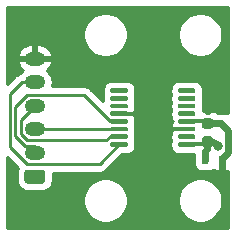
<source format=gbr>
%TF.GenerationSoftware,KiCad,Pcbnew,(5.1.9)-1*%
%TF.CreationDate,2021-10-16T13:59:42-06:00*%
%TF.ProjectId,ABSIS_Hall_Sensor,41425349-535f-4486-916c-6c5f53656e73,rev?*%
%TF.SameCoordinates,Original*%
%TF.FileFunction,Copper,L1,Top*%
%TF.FilePolarity,Positive*%
%FSLAX46Y46*%
G04 Gerber Fmt 4.6, Leading zero omitted, Abs format (unit mm)*
G04 Created by KiCad (PCBNEW (5.1.9)-1) date 2021-10-16 13:59:42*
%MOMM*%
%LPD*%
G01*
G04 APERTURE LIST*
%TA.AperFunction,ComponentPad*%
%ADD10O,1.750000X1.200000*%
%TD*%
%TA.AperFunction,SMDPad,CuDef*%
%ADD11R,0.600000X0.700000*%
%TD*%
%TA.AperFunction,ViaPad*%
%ADD12C,0.800000*%
%TD*%
%TA.AperFunction,Conductor*%
%ADD13C,0.609600*%
%TD*%
%TA.AperFunction,Conductor*%
%ADD14C,0.304800*%
%TD*%
%TA.AperFunction,Conductor*%
%ADD15C,0.250000*%
%TD*%
%TA.AperFunction,Conductor*%
%ADD16C,0.254000*%
%TD*%
%TA.AperFunction,Conductor*%
%ADD17C,0.100000*%
%TD*%
G04 APERTURE END LIST*
D10*
%TO.P,J1,6*%
%TO.N,GND*%
X165847000Y-93298000D03*
%TO.P,J1,5*%
%TO.N,/CSN*%
X165847000Y-95298000D03*
%TO.P,J1,4*%
%TO.N,/SCK*%
X165847000Y-97298000D03*
%TO.P,J1,3*%
%TO.N,/MOSI*%
X165847000Y-99298000D03*
%TO.P,J1,2*%
%TO.N,/MISO*%
X165847000Y-101298000D03*
%TO.P,J1,1*%
%TO.N,+5V*%
%TA.AperFunction,ComponentPad*%
G36*
G01*
X166472001Y-103898000D02*
X165221999Y-103898000D01*
G75*
G02*
X164972000Y-103648001I0J249999D01*
G01*
X164972000Y-102947999D01*
G75*
G02*
X165221999Y-102698000I249999J0D01*
G01*
X166472001Y-102698000D01*
G75*
G02*
X166722000Y-102947999I0J-249999D01*
G01*
X166722000Y-103648001D01*
G75*
G02*
X166472001Y-103898000I-249999J0D01*
G01*
G37*
%TD.AperFunction*%
%TD*%
%TO.P,U1,16*%
%TO.N,Net-(U1-Pad16)*%
%TA.AperFunction,SMDPad,CuDef*%
G36*
G01*
X177972000Y-96123000D02*
X177972000Y-95923000D01*
G75*
G02*
X178072000Y-95823000I100000J0D01*
G01*
X179347000Y-95823000D01*
G75*
G02*
X179447000Y-95923000I0J-100000D01*
G01*
X179447000Y-96123000D01*
G75*
G02*
X179347000Y-96223000I-100000J0D01*
G01*
X178072000Y-96223000D01*
G75*
G02*
X177972000Y-96123000I0J100000D01*
G01*
G37*
%TD.AperFunction*%
%TO.P,U1,15*%
%TO.N,Net-(U1-Pad15)*%
%TA.AperFunction,SMDPad,CuDef*%
G36*
G01*
X177972000Y-96773000D02*
X177972000Y-96573000D01*
G75*
G02*
X178072000Y-96473000I100000J0D01*
G01*
X179347000Y-96473000D01*
G75*
G02*
X179447000Y-96573000I0J-100000D01*
G01*
X179447000Y-96773000D01*
G75*
G02*
X179347000Y-96873000I-100000J0D01*
G01*
X178072000Y-96873000D01*
G75*
G02*
X177972000Y-96773000I0J100000D01*
G01*
G37*
%TD.AperFunction*%
%TO.P,U1,14*%
%TO.N,Net-(U1-Pad14)*%
%TA.AperFunction,SMDPad,CuDef*%
G36*
G01*
X177972000Y-97423000D02*
X177972000Y-97223000D01*
G75*
G02*
X178072000Y-97123000I100000J0D01*
G01*
X179347000Y-97123000D01*
G75*
G02*
X179447000Y-97223000I0J-100000D01*
G01*
X179447000Y-97423000D01*
G75*
G02*
X179347000Y-97523000I-100000J0D01*
G01*
X178072000Y-97523000D01*
G75*
G02*
X177972000Y-97423000I0J100000D01*
G01*
G37*
%TD.AperFunction*%
%TO.P,U1,13*%
%TO.N,Net-(U1-Pad13)*%
%TA.AperFunction,SMDPad,CuDef*%
G36*
G01*
X177972000Y-98073000D02*
X177972000Y-97873000D01*
G75*
G02*
X178072000Y-97773000I100000J0D01*
G01*
X179347000Y-97773000D01*
G75*
G02*
X179447000Y-97873000I0J-100000D01*
G01*
X179447000Y-98073000D01*
G75*
G02*
X179347000Y-98173000I-100000J0D01*
G01*
X178072000Y-98173000D01*
G75*
G02*
X177972000Y-98073000I0J100000D01*
G01*
G37*
%TD.AperFunction*%
%TO.P,U1,12*%
%TO.N,GND*%
%TA.AperFunction,SMDPad,CuDef*%
G36*
G01*
X177972000Y-98723000D02*
X177972000Y-98523000D01*
G75*
G02*
X178072000Y-98423000I100000J0D01*
G01*
X179347000Y-98423000D01*
G75*
G02*
X179447000Y-98523000I0J-100000D01*
G01*
X179447000Y-98723000D01*
G75*
G02*
X179347000Y-98823000I-100000J0D01*
G01*
X178072000Y-98823000D01*
G75*
G02*
X177972000Y-98723000I0J100000D01*
G01*
G37*
%TD.AperFunction*%
%TO.P,U1,11*%
%TA.AperFunction,SMDPad,CuDef*%
G36*
G01*
X177972000Y-99373000D02*
X177972000Y-99173000D01*
G75*
G02*
X178072000Y-99073000I100000J0D01*
G01*
X179347000Y-99073000D01*
G75*
G02*
X179447000Y-99173000I0J-100000D01*
G01*
X179447000Y-99373000D01*
G75*
G02*
X179347000Y-99473000I-100000J0D01*
G01*
X178072000Y-99473000D01*
G75*
G02*
X177972000Y-99373000I0J100000D01*
G01*
G37*
%TD.AperFunction*%
%TO.P,U1,10*%
%TO.N,Net-(U1-Pad10)*%
%TA.AperFunction,SMDPad,CuDef*%
G36*
G01*
X177972000Y-100023000D02*
X177972000Y-99823000D01*
G75*
G02*
X178072000Y-99723000I100000J0D01*
G01*
X179347000Y-99723000D01*
G75*
G02*
X179447000Y-99823000I0J-100000D01*
G01*
X179447000Y-100023000D01*
G75*
G02*
X179347000Y-100123000I-100000J0D01*
G01*
X178072000Y-100123000D01*
G75*
G02*
X177972000Y-100023000I0J100000D01*
G01*
G37*
%TD.AperFunction*%
%TO.P,U1,9*%
%TO.N,+5V*%
%TA.AperFunction,SMDPad,CuDef*%
G36*
G01*
X177972000Y-100673000D02*
X177972000Y-100473000D01*
G75*
G02*
X178072000Y-100373000I100000J0D01*
G01*
X179347000Y-100373000D01*
G75*
G02*
X179447000Y-100473000I0J-100000D01*
G01*
X179447000Y-100673000D01*
G75*
G02*
X179347000Y-100773000I-100000J0D01*
G01*
X178072000Y-100773000D01*
G75*
G02*
X177972000Y-100673000I0J100000D01*
G01*
G37*
%TD.AperFunction*%
%TO.P,U1,8*%
%TO.N,/CSN*%
%TA.AperFunction,SMDPad,CuDef*%
G36*
G01*
X172247000Y-100673000D02*
X172247000Y-100473000D01*
G75*
G02*
X172347000Y-100373000I100000J0D01*
G01*
X173622000Y-100373000D01*
G75*
G02*
X173722000Y-100473000I0J-100000D01*
G01*
X173722000Y-100673000D01*
G75*
G02*
X173622000Y-100773000I-100000J0D01*
G01*
X172347000Y-100773000D01*
G75*
G02*
X172247000Y-100673000I0J100000D01*
G01*
G37*
%TD.AperFunction*%
%TO.P,U1,7*%
%TO.N,/SCK*%
%TA.AperFunction,SMDPad,CuDef*%
G36*
G01*
X172247000Y-100023000D02*
X172247000Y-99823000D01*
G75*
G02*
X172347000Y-99723000I100000J0D01*
G01*
X173622000Y-99723000D01*
G75*
G02*
X173722000Y-99823000I0J-100000D01*
G01*
X173722000Y-100023000D01*
G75*
G02*
X173622000Y-100123000I-100000J0D01*
G01*
X172347000Y-100123000D01*
G75*
G02*
X172247000Y-100023000I0J100000D01*
G01*
G37*
%TD.AperFunction*%
%TO.P,U1,6*%
%TO.N,/MOSI*%
%TA.AperFunction,SMDPad,CuDef*%
G36*
G01*
X172247000Y-99373000D02*
X172247000Y-99173000D01*
G75*
G02*
X172347000Y-99073000I100000J0D01*
G01*
X173622000Y-99073000D01*
G75*
G02*
X173722000Y-99173000I0J-100000D01*
G01*
X173722000Y-99373000D01*
G75*
G02*
X173622000Y-99473000I-100000J0D01*
G01*
X172347000Y-99473000D01*
G75*
G02*
X172247000Y-99373000I0J100000D01*
G01*
G37*
%TD.AperFunction*%
%TO.P,U1,5*%
%TO.N,/MISO*%
%TA.AperFunction,SMDPad,CuDef*%
G36*
G01*
X172247000Y-98723000D02*
X172247000Y-98523000D01*
G75*
G02*
X172347000Y-98423000I100000J0D01*
G01*
X173622000Y-98423000D01*
G75*
G02*
X173722000Y-98523000I0J-100000D01*
G01*
X173722000Y-98723000D01*
G75*
G02*
X173622000Y-98823000I-100000J0D01*
G01*
X172347000Y-98823000D01*
G75*
G02*
X172247000Y-98723000I0J100000D01*
G01*
G37*
%TD.AperFunction*%
%TO.P,U1,4*%
%TO.N,GND*%
%TA.AperFunction,SMDPad,CuDef*%
G36*
G01*
X172247000Y-98073000D02*
X172247000Y-97873000D01*
G75*
G02*
X172347000Y-97773000I100000J0D01*
G01*
X173622000Y-97773000D01*
G75*
G02*
X173722000Y-97873000I0J-100000D01*
G01*
X173722000Y-98073000D01*
G75*
G02*
X173622000Y-98173000I-100000J0D01*
G01*
X172347000Y-98173000D01*
G75*
G02*
X172247000Y-98073000I0J100000D01*
G01*
G37*
%TD.AperFunction*%
%TO.P,U1,3*%
%TO.N,Net-(U1-Pad3)*%
%TA.AperFunction,SMDPad,CuDef*%
G36*
G01*
X172247000Y-97423000D02*
X172247000Y-97223000D01*
G75*
G02*
X172347000Y-97123000I100000J0D01*
G01*
X173622000Y-97123000D01*
G75*
G02*
X173722000Y-97223000I0J-100000D01*
G01*
X173722000Y-97423000D01*
G75*
G02*
X173622000Y-97523000I-100000J0D01*
G01*
X172347000Y-97523000D01*
G75*
G02*
X172247000Y-97423000I0J100000D01*
G01*
G37*
%TD.AperFunction*%
%TO.P,U1,2*%
%TO.N,Net-(U1-Pad2)*%
%TA.AperFunction,SMDPad,CuDef*%
G36*
G01*
X172247000Y-96773000D02*
X172247000Y-96573000D01*
G75*
G02*
X172347000Y-96473000I100000J0D01*
G01*
X173622000Y-96473000D01*
G75*
G02*
X173722000Y-96573000I0J-100000D01*
G01*
X173722000Y-96773000D01*
G75*
G02*
X173622000Y-96873000I-100000J0D01*
G01*
X172347000Y-96873000D01*
G75*
G02*
X172247000Y-96773000I0J100000D01*
G01*
G37*
%TD.AperFunction*%
%TO.P,U1,1*%
%TO.N,Net-(U1-Pad1)*%
%TA.AperFunction,SMDPad,CuDef*%
G36*
G01*
X172247000Y-96123000D02*
X172247000Y-95923000D01*
G75*
G02*
X172347000Y-95823000I100000J0D01*
G01*
X173622000Y-95823000D01*
G75*
G02*
X173722000Y-95923000I0J-100000D01*
G01*
X173722000Y-96123000D01*
G75*
G02*
X173622000Y-96223000I-100000J0D01*
G01*
X172347000Y-96223000D01*
G75*
G02*
X172247000Y-96123000I0J100000D01*
G01*
G37*
%TD.AperFunction*%
%TD*%
D11*
%TO.P,D1,1*%
%TO.N,+5V*%
X180275000Y-101854000D03*
%TO.P,D1,2*%
%TO.N,GND*%
X181675000Y-101854000D03*
%TD*%
%TO.P,C1,2*%
%TO.N,GND*%
%TA.AperFunction,SMDPad,CuDef*%
G36*
G01*
X180717000Y-99243000D02*
X180217000Y-99243000D01*
G75*
G02*
X179992000Y-99018000I0J225000D01*
G01*
X179992000Y-98568000D01*
G75*
G02*
X180217000Y-98343000I225000J0D01*
G01*
X180717000Y-98343000D01*
G75*
G02*
X180942000Y-98568000I0J-225000D01*
G01*
X180942000Y-99018000D01*
G75*
G02*
X180717000Y-99243000I-225000J0D01*
G01*
G37*
%TD.AperFunction*%
%TO.P,C1,1*%
%TO.N,+5V*%
%TA.AperFunction,SMDPad,CuDef*%
G36*
G01*
X180717000Y-100793000D02*
X180217000Y-100793000D01*
G75*
G02*
X179992000Y-100568000I0J225000D01*
G01*
X179992000Y-100118000D01*
G75*
G02*
X180217000Y-99893000I225000J0D01*
G01*
X180717000Y-99893000D01*
G75*
G02*
X180942000Y-100118000I0J-225000D01*
G01*
X180942000Y-100568000D01*
G75*
G02*
X180717000Y-100793000I-225000J0D01*
G01*
G37*
%TD.AperFunction*%
%TD*%
D12*
%TO.N,+5V*%
X181340190Y-100711000D03*
%TD*%
D13*
%TO.N,GND*%
X181675000Y-101854000D02*
X181675000Y-101789000D01*
X181675000Y-101789000D02*
X182245000Y-101219000D01*
X182245000Y-101219000D02*
X182245000Y-99441000D01*
X181597000Y-98793000D02*
X180467000Y-98793000D01*
X182245000Y-99441000D02*
X181597000Y-98793000D01*
D14*
X180297000Y-98623000D02*
X180467000Y-98793000D01*
X178709500Y-98623000D02*
X180297000Y-98623000D01*
X178709500Y-99273000D02*
X177206000Y-99273000D01*
X172984500Y-97973000D02*
X174569000Y-97973000D01*
D13*
X181675000Y-101854000D02*
X181675000Y-103059000D01*
%TO.N,+5V*%
X180275000Y-101854000D02*
X180275000Y-101157000D01*
X180467000Y-100965000D02*
X180467000Y-100343000D01*
X180275000Y-101157000D02*
X180467000Y-100965000D01*
X180467000Y-100343000D02*
X180972190Y-100343000D01*
X180972190Y-100343000D02*
X181340190Y-100711000D01*
D14*
X180237000Y-100573000D02*
X178709500Y-100573000D01*
X180467000Y-100343000D02*
X180237000Y-100573000D01*
D15*
%TO.N,/CSN*%
X171334490Y-102223010D02*
X172984500Y-100573000D01*
X163746968Y-100781129D02*
X165188849Y-102223010D01*
X165188849Y-102223010D02*
X171334490Y-102223010D01*
X163746968Y-96273032D02*
X163746968Y-100781129D01*
X164722000Y-95298000D02*
X163746968Y-96273032D01*
X165847000Y-95298000D02*
X164722000Y-95298000D01*
%TO.N,/SCK*%
X171875579Y-100223010D02*
X172175589Y-99923000D01*
X165847000Y-97298000D02*
X164646990Y-98498010D01*
X164646990Y-98498010D02*
X164646990Y-99681151D01*
X164646990Y-99681151D02*
X165188849Y-100223010D01*
X165188849Y-100223010D02*
X171875579Y-100223010D01*
X172175589Y-99923000D02*
X172984500Y-99923000D01*
%TO.N,/MOSI*%
X172959500Y-99298000D02*
X172984500Y-99273000D01*
X165847000Y-99298000D02*
X172959500Y-99298000D01*
%TO.N,/MISO*%
X169996990Y-96372990D02*
X172247000Y-98623000D01*
X165188849Y-96372990D02*
X169996990Y-96372990D01*
X172247000Y-98623000D02*
X172984500Y-98623000D01*
X164196979Y-97364860D02*
X165188849Y-96372990D01*
X164196979Y-99867551D02*
X164196979Y-97364860D01*
X165002449Y-100673021D02*
X164196979Y-99867551D01*
X165847000Y-100673021D02*
X165002449Y-100673021D01*
X165847000Y-101298000D02*
X165847000Y-100673021D01*
%TD*%
D16*
%TO.N,GND*%
X182187000Y-97917000D02*
X181413854Y-97917000D01*
X181393185Y-97891815D01*
X181296494Y-97812463D01*
X181186180Y-97753498D01*
X181066482Y-97717188D01*
X180942000Y-97704928D01*
X180752750Y-97708000D01*
X180594000Y-97866750D01*
X180594000Y-97917000D01*
X180340000Y-97917000D01*
X180340000Y-97866750D01*
X180181250Y-97708000D01*
X180063939Y-97706096D01*
X180046316Y-97648000D01*
X180070890Y-97566991D01*
X180085072Y-97423000D01*
X180085072Y-97223000D01*
X180070890Y-97079009D01*
X180046316Y-96998000D01*
X180070890Y-96916991D01*
X180085072Y-96773000D01*
X180085072Y-96573000D01*
X180070890Y-96429009D01*
X180046316Y-96348000D01*
X180070890Y-96266991D01*
X180085072Y-96123000D01*
X180085072Y-95923000D01*
X180070890Y-95779009D01*
X180028890Y-95640552D01*
X179960684Y-95512949D01*
X179868896Y-95401104D01*
X179757051Y-95309316D01*
X179629448Y-95241110D01*
X179490991Y-95199110D01*
X179347000Y-95184928D01*
X178072000Y-95184928D01*
X177928009Y-95199110D01*
X177789552Y-95241110D01*
X177661949Y-95309316D01*
X177550104Y-95401104D01*
X177458316Y-95512949D01*
X177390110Y-95640552D01*
X177348110Y-95779009D01*
X177333928Y-95923000D01*
X177333928Y-96123000D01*
X177348110Y-96266991D01*
X177372684Y-96348000D01*
X177348110Y-96429009D01*
X177333928Y-96573000D01*
X177333928Y-96773000D01*
X177348110Y-96916991D01*
X177372684Y-96998000D01*
X177348110Y-97079009D01*
X177333928Y-97223000D01*
X177333928Y-97423000D01*
X177348110Y-97566991D01*
X177372684Y-97648000D01*
X177348110Y-97729009D01*
X177333928Y-97873000D01*
X177333928Y-98073000D01*
X177348110Y-98216991D01*
X177359350Y-98254045D01*
X177348132Y-98289117D01*
X177337000Y-98391250D01*
X177495750Y-98550000D01*
X177513259Y-98550000D01*
X177550104Y-98594896D01*
X177551537Y-98596072D01*
X177527654Y-98615078D01*
X177446856Y-98710564D01*
X177404211Y-98787539D01*
X177337000Y-98854750D01*
X177347164Y-98948000D01*
X177337000Y-99041250D01*
X177404211Y-99108461D01*
X177446856Y-99185436D01*
X177527654Y-99280922D01*
X177551537Y-99299928D01*
X177550104Y-99301104D01*
X177513259Y-99346000D01*
X177495750Y-99346000D01*
X177337000Y-99504750D01*
X177348132Y-99606883D01*
X177359350Y-99641955D01*
X177348110Y-99679009D01*
X177333928Y-99823000D01*
X177333928Y-100023000D01*
X177348110Y-100166991D01*
X177372684Y-100248000D01*
X177348110Y-100329009D01*
X177333928Y-100473000D01*
X177333928Y-100673000D01*
X177348110Y-100816991D01*
X177390110Y-100955448D01*
X177458316Y-101083051D01*
X177550104Y-101194896D01*
X177661949Y-101286684D01*
X177789552Y-101354890D01*
X177928009Y-101396890D01*
X178072000Y-101411072D01*
X179335200Y-101411072D01*
X179335200Y-101900166D01*
X179336928Y-101917711D01*
X179336928Y-102204000D01*
X179349188Y-102328482D01*
X179385498Y-102448180D01*
X179444463Y-102558494D01*
X179523815Y-102655185D01*
X179620506Y-102734537D01*
X179730820Y-102793502D01*
X179850518Y-102829812D01*
X179975000Y-102842072D01*
X180575000Y-102842072D01*
X180699482Y-102829812D01*
X180819180Y-102793502D01*
X180913661Y-102743000D01*
X181036339Y-102743000D01*
X181130820Y-102793502D01*
X181250518Y-102829812D01*
X181375000Y-102842072D01*
X181389250Y-102839000D01*
X181485250Y-102743000D01*
X181864750Y-102743000D01*
X181960750Y-102839000D01*
X181975000Y-102842072D01*
X182099482Y-102829812D01*
X182187001Y-102803263D01*
X182187001Y-107638000D01*
X163507000Y-107638000D01*
X163507000Y-105112344D01*
X169962000Y-105112344D01*
X169962000Y-105483656D01*
X170034439Y-105847834D01*
X170176534Y-106190882D01*
X170382825Y-106499618D01*
X170645382Y-106762175D01*
X170954118Y-106968466D01*
X171297166Y-107110561D01*
X171661344Y-107183000D01*
X172032656Y-107183000D01*
X172396834Y-107110561D01*
X172739882Y-106968466D01*
X173048618Y-106762175D01*
X173311175Y-106499618D01*
X173517466Y-106190882D01*
X173659561Y-105847834D01*
X173732000Y-105483656D01*
X173732000Y-105112344D01*
X177962000Y-105112344D01*
X177962000Y-105483656D01*
X178034439Y-105847834D01*
X178176534Y-106190882D01*
X178382825Y-106499618D01*
X178645382Y-106762175D01*
X178954118Y-106968466D01*
X179297166Y-107110561D01*
X179661344Y-107183000D01*
X180032656Y-107183000D01*
X180396834Y-107110561D01*
X180739882Y-106968466D01*
X181048618Y-106762175D01*
X181311175Y-106499618D01*
X181517466Y-106190882D01*
X181659561Y-105847834D01*
X181732000Y-105483656D01*
X181732000Y-105112344D01*
X181659561Y-104748166D01*
X181517466Y-104405118D01*
X181311175Y-104096382D01*
X181048618Y-103833825D01*
X180739882Y-103627534D01*
X180396834Y-103485439D01*
X180032656Y-103413000D01*
X179661344Y-103413000D01*
X179297166Y-103485439D01*
X178954118Y-103627534D01*
X178645382Y-103833825D01*
X178382825Y-104096382D01*
X178176534Y-104405118D01*
X178034439Y-104748166D01*
X177962000Y-105112344D01*
X173732000Y-105112344D01*
X173659561Y-104748166D01*
X173517466Y-104405118D01*
X173311175Y-104096382D01*
X173048618Y-103833825D01*
X172739882Y-103627534D01*
X172396834Y-103485439D01*
X172032656Y-103413000D01*
X171661344Y-103413000D01*
X171297166Y-103485439D01*
X170954118Y-103627534D01*
X170645382Y-103833825D01*
X170382825Y-104096382D01*
X170176534Y-104405118D01*
X170034439Y-104748166D01*
X169962000Y-105112344D01*
X163507000Y-105112344D01*
X163507000Y-101615962D01*
X164435545Y-102544508D01*
X164401528Y-102608149D01*
X164350992Y-102774745D01*
X164333928Y-102947999D01*
X164333928Y-103648001D01*
X164350992Y-103821255D01*
X164401528Y-103987851D01*
X164483595Y-104141387D01*
X164594038Y-104275962D01*
X164728613Y-104386405D01*
X164882149Y-104468472D01*
X165048745Y-104519008D01*
X165221999Y-104536072D01*
X166472001Y-104536072D01*
X166645255Y-104519008D01*
X166811851Y-104468472D01*
X166965387Y-104386405D01*
X167099962Y-104275962D01*
X167210405Y-104141387D01*
X167292472Y-103987851D01*
X167343008Y-103821255D01*
X167360072Y-103648001D01*
X167360072Y-102983010D01*
X171297168Y-102983010D01*
X171334490Y-102986686D01*
X171371812Y-102983010D01*
X171371823Y-102983010D01*
X171483476Y-102972013D01*
X171626737Y-102928556D01*
X171758766Y-102857984D01*
X171874491Y-102763011D01*
X171898294Y-102734007D01*
X173221230Y-101411072D01*
X173622000Y-101411072D01*
X173765991Y-101396890D01*
X173904448Y-101354890D01*
X174032051Y-101286684D01*
X174143896Y-101194896D01*
X174235684Y-101083051D01*
X174303890Y-100955448D01*
X174345890Y-100816991D01*
X174360072Y-100673000D01*
X174360072Y-100473000D01*
X174345890Y-100329009D01*
X174321316Y-100248000D01*
X174345890Y-100166991D01*
X174360072Y-100023000D01*
X174360072Y-99823000D01*
X174345890Y-99679009D01*
X174321316Y-99598000D01*
X174345890Y-99516991D01*
X174360072Y-99373000D01*
X174360072Y-99173000D01*
X174345890Y-99029009D01*
X174321316Y-98948000D01*
X174345890Y-98866991D01*
X174360072Y-98723000D01*
X174360072Y-98523000D01*
X174345890Y-98379009D01*
X174334650Y-98341955D01*
X174345868Y-98306883D01*
X174357000Y-98204750D01*
X174198250Y-98046000D01*
X174180741Y-98046000D01*
X174143896Y-98001104D01*
X174109651Y-97973000D01*
X174143896Y-97944896D01*
X174180741Y-97900000D01*
X174198250Y-97900000D01*
X174357000Y-97741250D01*
X174345868Y-97639117D01*
X174334650Y-97604045D01*
X174345890Y-97566991D01*
X174360072Y-97423000D01*
X174360072Y-97223000D01*
X174345890Y-97079009D01*
X174321316Y-96998000D01*
X174345890Y-96916991D01*
X174360072Y-96773000D01*
X174360072Y-96573000D01*
X174345890Y-96429009D01*
X174321316Y-96348000D01*
X174345890Y-96266991D01*
X174360072Y-96123000D01*
X174360072Y-95923000D01*
X174345890Y-95779009D01*
X174303890Y-95640552D01*
X174235684Y-95512949D01*
X174143896Y-95401104D01*
X174032051Y-95309316D01*
X173904448Y-95241110D01*
X173765991Y-95199110D01*
X173622000Y-95184928D01*
X172347000Y-95184928D01*
X172203009Y-95199110D01*
X172064552Y-95241110D01*
X171936949Y-95309316D01*
X171825104Y-95401104D01*
X171733316Y-95512949D01*
X171665110Y-95640552D01*
X171623110Y-95779009D01*
X171608928Y-95923000D01*
X171608928Y-96123000D01*
X171623110Y-96266991D01*
X171647684Y-96348000D01*
X171623110Y-96429009D01*
X171608928Y-96573000D01*
X171608928Y-96773000D01*
X171623110Y-96916991D01*
X171626296Y-96927495D01*
X170560794Y-95861993D01*
X170536991Y-95832989D01*
X170421266Y-95738016D01*
X170289237Y-95667444D01*
X170145976Y-95623987D01*
X170034323Y-95612990D01*
X170034312Y-95612990D01*
X169996990Y-95609314D01*
X169959668Y-95612990D01*
X167317020Y-95612990D01*
X167339130Y-95540102D01*
X167362975Y-95298000D01*
X167339130Y-95055898D01*
X167268511Y-94823099D01*
X167153833Y-94608551D01*
X166999502Y-94420498D01*
X166849652Y-94297519D01*
X166913725Y-94254307D01*
X167085078Y-94081474D01*
X167219421Y-93878533D01*
X167311591Y-93653282D01*
X167315462Y-93615609D01*
X167190731Y-93425000D01*
X165974000Y-93425000D01*
X165974000Y-93445000D01*
X165720000Y-93445000D01*
X165720000Y-93425000D01*
X164503269Y-93425000D01*
X164378538Y-93615609D01*
X164382409Y-93653282D01*
X164474579Y-93878533D01*
X164608922Y-94081474D01*
X164780275Y-94254307D01*
X164844348Y-94297519D01*
X164694498Y-94420498D01*
X164590451Y-94547280D01*
X164573014Y-94548997D01*
X164429753Y-94592454D01*
X164297724Y-94663026D01*
X164297722Y-94663027D01*
X164297723Y-94663027D01*
X164210996Y-94734201D01*
X164210992Y-94734205D01*
X164181999Y-94757999D01*
X164158205Y-94786992D01*
X163507000Y-95438198D01*
X163507000Y-92980391D01*
X164378538Y-92980391D01*
X164503269Y-93171000D01*
X165720000Y-93171000D01*
X165720000Y-92063000D01*
X165974000Y-92063000D01*
X165974000Y-93171000D01*
X167190731Y-93171000D01*
X167315462Y-92980391D01*
X167311591Y-92942718D01*
X167219421Y-92717467D01*
X167085078Y-92514526D01*
X166913725Y-92341693D01*
X166711946Y-92205610D01*
X166487496Y-92111507D01*
X166249000Y-92063000D01*
X165974000Y-92063000D01*
X165720000Y-92063000D01*
X165445000Y-92063000D01*
X165206504Y-92111507D01*
X164982054Y-92205610D01*
X164780275Y-92341693D01*
X164608922Y-92514526D01*
X164474579Y-92717467D01*
X164382409Y-92942718D01*
X164378538Y-92980391D01*
X163507000Y-92980391D01*
X163507000Y-91112344D01*
X169962000Y-91112344D01*
X169962000Y-91483656D01*
X170034439Y-91847834D01*
X170176534Y-92190882D01*
X170382825Y-92499618D01*
X170645382Y-92762175D01*
X170954118Y-92968466D01*
X171297166Y-93110561D01*
X171661344Y-93183000D01*
X172032656Y-93183000D01*
X172396834Y-93110561D01*
X172739882Y-92968466D01*
X173048618Y-92762175D01*
X173311175Y-92499618D01*
X173517466Y-92190882D01*
X173659561Y-91847834D01*
X173732000Y-91483656D01*
X173732000Y-91112344D01*
X177962000Y-91112344D01*
X177962000Y-91483656D01*
X178034439Y-91847834D01*
X178176534Y-92190882D01*
X178382825Y-92499618D01*
X178645382Y-92762175D01*
X178954118Y-92968466D01*
X179297166Y-93110561D01*
X179661344Y-93183000D01*
X180032656Y-93183000D01*
X180396834Y-93110561D01*
X180739882Y-92968466D01*
X181048618Y-92762175D01*
X181311175Y-92499618D01*
X181517466Y-92190882D01*
X181659561Y-91847834D01*
X181732000Y-91483656D01*
X181732000Y-91112344D01*
X181659561Y-90748166D01*
X181517466Y-90405118D01*
X181311175Y-90096382D01*
X181048618Y-89833825D01*
X180739882Y-89627534D01*
X180396834Y-89485439D01*
X180032656Y-89413000D01*
X179661344Y-89413000D01*
X179297166Y-89485439D01*
X178954118Y-89627534D01*
X178645382Y-89833825D01*
X178382825Y-90096382D01*
X178176534Y-90405118D01*
X178034439Y-90748166D01*
X177962000Y-91112344D01*
X173732000Y-91112344D01*
X173659561Y-90748166D01*
X173517466Y-90405118D01*
X173311175Y-90096382D01*
X173048618Y-89833825D01*
X172739882Y-89627534D01*
X172396834Y-89485439D01*
X172032656Y-89413000D01*
X171661344Y-89413000D01*
X171297166Y-89485439D01*
X170954118Y-89627534D01*
X170645382Y-89833825D01*
X170382825Y-90096382D01*
X170176534Y-90405118D01*
X170034439Y-90748166D01*
X169962000Y-91112344D01*
X163507000Y-91112344D01*
X163507000Y-88958000D01*
X182187000Y-88958000D01*
X182187000Y-97917000D01*
%TA.AperFunction,Conductor*%
D17*
G36*
X182187000Y-97917000D02*
G01*
X181413854Y-97917000D01*
X181393185Y-97891815D01*
X181296494Y-97812463D01*
X181186180Y-97753498D01*
X181066482Y-97717188D01*
X180942000Y-97704928D01*
X180752750Y-97708000D01*
X180594000Y-97866750D01*
X180594000Y-97917000D01*
X180340000Y-97917000D01*
X180340000Y-97866750D01*
X180181250Y-97708000D01*
X180063939Y-97706096D01*
X180046316Y-97648000D01*
X180070890Y-97566991D01*
X180085072Y-97423000D01*
X180085072Y-97223000D01*
X180070890Y-97079009D01*
X180046316Y-96998000D01*
X180070890Y-96916991D01*
X180085072Y-96773000D01*
X180085072Y-96573000D01*
X180070890Y-96429009D01*
X180046316Y-96348000D01*
X180070890Y-96266991D01*
X180085072Y-96123000D01*
X180085072Y-95923000D01*
X180070890Y-95779009D01*
X180028890Y-95640552D01*
X179960684Y-95512949D01*
X179868896Y-95401104D01*
X179757051Y-95309316D01*
X179629448Y-95241110D01*
X179490991Y-95199110D01*
X179347000Y-95184928D01*
X178072000Y-95184928D01*
X177928009Y-95199110D01*
X177789552Y-95241110D01*
X177661949Y-95309316D01*
X177550104Y-95401104D01*
X177458316Y-95512949D01*
X177390110Y-95640552D01*
X177348110Y-95779009D01*
X177333928Y-95923000D01*
X177333928Y-96123000D01*
X177348110Y-96266991D01*
X177372684Y-96348000D01*
X177348110Y-96429009D01*
X177333928Y-96573000D01*
X177333928Y-96773000D01*
X177348110Y-96916991D01*
X177372684Y-96998000D01*
X177348110Y-97079009D01*
X177333928Y-97223000D01*
X177333928Y-97423000D01*
X177348110Y-97566991D01*
X177372684Y-97648000D01*
X177348110Y-97729009D01*
X177333928Y-97873000D01*
X177333928Y-98073000D01*
X177348110Y-98216991D01*
X177359350Y-98254045D01*
X177348132Y-98289117D01*
X177337000Y-98391250D01*
X177495750Y-98550000D01*
X177513259Y-98550000D01*
X177550104Y-98594896D01*
X177551537Y-98596072D01*
X177527654Y-98615078D01*
X177446856Y-98710564D01*
X177404211Y-98787539D01*
X177337000Y-98854750D01*
X177347164Y-98948000D01*
X177337000Y-99041250D01*
X177404211Y-99108461D01*
X177446856Y-99185436D01*
X177527654Y-99280922D01*
X177551537Y-99299928D01*
X177550104Y-99301104D01*
X177513259Y-99346000D01*
X177495750Y-99346000D01*
X177337000Y-99504750D01*
X177348132Y-99606883D01*
X177359350Y-99641955D01*
X177348110Y-99679009D01*
X177333928Y-99823000D01*
X177333928Y-100023000D01*
X177348110Y-100166991D01*
X177372684Y-100248000D01*
X177348110Y-100329009D01*
X177333928Y-100473000D01*
X177333928Y-100673000D01*
X177348110Y-100816991D01*
X177390110Y-100955448D01*
X177458316Y-101083051D01*
X177550104Y-101194896D01*
X177661949Y-101286684D01*
X177789552Y-101354890D01*
X177928009Y-101396890D01*
X178072000Y-101411072D01*
X179335200Y-101411072D01*
X179335200Y-101900166D01*
X179336928Y-101917711D01*
X179336928Y-102204000D01*
X179349188Y-102328482D01*
X179385498Y-102448180D01*
X179444463Y-102558494D01*
X179523815Y-102655185D01*
X179620506Y-102734537D01*
X179730820Y-102793502D01*
X179850518Y-102829812D01*
X179975000Y-102842072D01*
X180575000Y-102842072D01*
X180699482Y-102829812D01*
X180819180Y-102793502D01*
X180913661Y-102743000D01*
X181036339Y-102743000D01*
X181130820Y-102793502D01*
X181250518Y-102829812D01*
X181375000Y-102842072D01*
X181389250Y-102839000D01*
X181485250Y-102743000D01*
X181864750Y-102743000D01*
X181960750Y-102839000D01*
X181975000Y-102842072D01*
X182099482Y-102829812D01*
X182187001Y-102803263D01*
X182187001Y-107638000D01*
X163507000Y-107638000D01*
X163507000Y-105112344D01*
X169962000Y-105112344D01*
X169962000Y-105483656D01*
X170034439Y-105847834D01*
X170176534Y-106190882D01*
X170382825Y-106499618D01*
X170645382Y-106762175D01*
X170954118Y-106968466D01*
X171297166Y-107110561D01*
X171661344Y-107183000D01*
X172032656Y-107183000D01*
X172396834Y-107110561D01*
X172739882Y-106968466D01*
X173048618Y-106762175D01*
X173311175Y-106499618D01*
X173517466Y-106190882D01*
X173659561Y-105847834D01*
X173732000Y-105483656D01*
X173732000Y-105112344D01*
X177962000Y-105112344D01*
X177962000Y-105483656D01*
X178034439Y-105847834D01*
X178176534Y-106190882D01*
X178382825Y-106499618D01*
X178645382Y-106762175D01*
X178954118Y-106968466D01*
X179297166Y-107110561D01*
X179661344Y-107183000D01*
X180032656Y-107183000D01*
X180396834Y-107110561D01*
X180739882Y-106968466D01*
X181048618Y-106762175D01*
X181311175Y-106499618D01*
X181517466Y-106190882D01*
X181659561Y-105847834D01*
X181732000Y-105483656D01*
X181732000Y-105112344D01*
X181659561Y-104748166D01*
X181517466Y-104405118D01*
X181311175Y-104096382D01*
X181048618Y-103833825D01*
X180739882Y-103627534D01*
X180396834Y-103485439D01*
X180032656Y-103413000D01*
X179661344Y-103413000D01*
X179297166Y-103485439D01*
X178954118Y-103627534D01*
X178645382Y-103833825D01*
X178382825Y-104096382D01*
X178176534Y-104405118D01*
X178034439Y-104748166D01*
X177962000Y-105112344D01*
X173732000Y-105112344D01*
X173659561Y-104748166D01*
X173517466Y-104405118D01*
X173311175Y-104096382D01*
X173048618Y-103833825D01*
X172739882Y-103627534D01*
X172396834Y-103485439D01*
X172032656Y-103413000D01*
X171661344Y-103413000D01*
X171297166Y-103485439D01*
X170954118Y-103627534D01*
X170645382Y-103833825D01*
X170382825Y-104096382D01*
X170176534Y-104405118D01*
X170034439Y-104748166D01*
X169962000Y-105112344D01*
X163507000Y-105112344D01*
X163507000Y-101615962D01*
X164435545Y-102544508D01*
X164401528Y-102608149D01*
X164350992Y-102774745D01*
X164333928Y-102947999D01*
X164333928Y-103648001D01*
X164350992Y-103821255D01*
X164401528Y-103987851D01*
X164483595Y-104141387D01*
X164594038Y-104275962D01*
X164728613Y-104386405D01*
X164882149Y-104468472D01*
X165048745Y-104519008D01*
X165221999Y-104536072D01*
X166472001Y-104536072D01*
X166645255Y-104519008D01*
X166811851Y-104468472D01*
X166965387Y-104386405D01*
X167099962Y-104275962D01*
X167210405Y-104141387D01*
X167292472Y-103987851D01*
X167343008Y-103821255D01*
X167360072Y-103648001D01*
X167360072Y-102983010D01*
X171297168Y-102983010D01*
X171334490Y-102986686D01*
X171371812Y-102983010D01*
X171371823Y-102983010D01*
X171483476Y-102972013D01*
X171626737Y-102928556D01*
X171758766Y-102857984D01*
X171874491Y-102763011D01*
X171898294Y-102734007D01*
X173221230Y-101411072D01*
X173622000Y-101411072D01*
X173765991Y-101396890D01*
X173904448Y-101354890D01*
X174032051Y-101286684D01*
X174143896Y-101194896D01*
X174235684Y-101083051D01*
X174303890Y-100955448D01*
X174345890Y-100816991D01*
X174360072Y-100673000D01*
X174360072Y-100473000D01*
X174345890Y-100329009D01*
X174321316Y-100248000D01*
X174345890Y-100166991D01*
X174360072Y-100023000D01*
X174360072Y-99823000D01*
X174345890Y-99679009D01*
X174321316Y-99598000D01*
X174345890Y-99516991D01*
X174360072Y-99373000D01*
X174360072Y-99173000D01*
X174345890Y-99029009D01*
X174321316Y-98948000D01*
X174345890Y-98866991D01*
X174360072Y-98723000D01*
X174360072Y-98523000D01*
X174345890Y-98379009D01*
X174334650Y-98341955D01*
X174345868Y-98306883D01*
X174357000Y-98204750D01*
X174198250Y-98046000D01*
X174180741Y-98046000D01*
X174143896Y-98001104D01*
X174109651Y-97973000D01*
X174143896Y-97944896D01*
X174180741Y-97900000D01*
X174198250Y-97900000D01*
X174357000Y-97741250D01*
X174345868Y-97639117D01*
X174334650Y-97604045D01*
X174345890Y-97566991D01*
X174360072Y-97423000D01*
X174360072Y-97223000D01*
X174345890Y-97079009D01*
X174321316Y-96998000D01*
X174345890Y-96916991D01*
X174360072Y-96773000D01*
X174360072Y-96573000D01*
X174345890Y-96429009D01*
X174321316Y-96348000D01*
X174345890Y-96266991D01*
X174360072Y-96123000D01*
X174360072Y-95923000D01*
X174345890Y-95779009D01*
X174303890Y-95640552D01*
X174235684Y-95512949D01*
X174143896Y-95401104D01*
X174032051Y-95309316D01*
X173904448Y-95241110D01*
X173765991Y-95199110D01*
X173622000Y-95184928D01*
X172347000Y-95184928D01*
X172203009Y-95199110D01*
X172064552Y-95241110D01*
X171936949Y-95309316D01*
X171825104Y-95401104D01*
X171733316Y-95512949D01*
X171665110Y-95640552D01*
X171623110Y-95779009D01*
X171608928Y-95923000D01*
X171608928Y-96123000D01*
X171623110Y-96266991D01*
X171647684Y-96348000D01*
X171623110Y-96429009D01*
X171608928Y-96573000D01*
X171608928Y-96773000D01*
X171623110Y-96916991D01*
X171626296Y-96927495D01*
X170560794Y-95861993D01*
X170536991Y-95832989D01*
X170421266Y-95738016D01*
X170289237Y-95667444D01*
X170145976Y-95623987D01*
X170034323Y-95612990D01*
X170034312Y-95612990D01*
X169996990Y-95609314D01*
X169959668Y-95612990D01*
X167317020Y-95612990D01*
X167339130Y-95540102D01*
X167362975Y-95298000D01*
X167339130Y-95055898D01*
X167268511Y-94823099D01*
X167153833Y-94608551D01*
X166999502Y-94420498D01*
X166849652Y-94297519D01*
X166913725Y-94254307D01*
X167085078Y-94081474D01*
X167219421Y-93878533D01*
X167311591Y-93653282D01*
X167315462Y-93615609D01*
X167190731Y-93425000D01*
X165974000Y-93425000D01*
X165974000Y-93445000D01*
X165720000Y-93445000D01*
X165720000Y-93425000D01*
X164503269Y-93425000D01*
X164378538Y-93615609D01*
X164382409Y-93653282D01*
X164474579Y-93878533D01*
X164608922Y-94081474D01*
X164780275Y-94254307D01*
X164844348Y-94297519D01*
X164694498Y-94420498D01*
X164590451Y-94547280D01*
X164573014Y-94548997D01*
X164429753Y-94592454D01*
X164297724Y-94663026D01*
X164297722Y-94663027D01*
X164297723Y-94663027D01*
X164210996Y-94734201D01*
X164210992Y-94734205D01*
X164181999Y-94757999D01*
X164158205Y-94786992D01*
X163507000Y-95438198D01*
X163507000Y-92980391D01*
X164378538Y-92980391D01*
X164503269Y-93171000D01*
X165720000Y-93171000D01*
X165720000Y-92063000D01*
X165974000Y-92063000D01*
X165974000Y-93171000D01*
X167190731Y-93171000D01*
X167315462Y-92980391D01*
X167311591Y-92942718D01*
X167219421Y-92717467D01*
X167085078Y-92514526D01*
X166913725Y-92341693D01*
X166711946Y-92205610D01*
X166487496Y-92111507D01*
X166249000Y-92063000D01*
X165974000Y-92063000D01*
X165720000Y-92063000D01*
X165445000Y-92063000D01*
X165206504Y-92111507D01*
X164982054Y-92205610D01*
X164780275Y-92341693D01*
X164608922Y-92514526D01*
X164474579Y-92717467D01*
X164382409Y-92942718D01*
X164378538Y-92980391D01*
X163507000Y-92980391D01*
X163507000Y-91112344D01*
X169962000Y-91112344D01*
X169962000Y-91483656D01*
X170034439Y-91847834D01*
X170176534Y-92190882D01*
X170382825Y-92499618D01*
X170645382Y-92762175D01*
X170954118Y-92968466D01*
X171297166Y-93110561D01*
X171661344Y-93183000D01*
X172032656Y-93183000D01*
X172396834Y-93110561D01*
X172739882Y-92968466D01*
X173048618Y-92762175D01*
X173311175Y-92499618D01*
X173517466Y-92190882D01*
X173659561Y-91847834D01*
X173732000Y-91483656D01*
X173732000Y-91112344D01*
X177962000Y-91112344D01*
X177962000Y-91483656D01*
X178034439Y-91847834D01*
X178176534Y-92190882D01*
X178382825Y-92499618D01*
X178645382Y-92762175D01*
X178954118Y-92968466D01*
X179297166Y-93110561D01*
X179661344Y-93183000D01*
X180032656Y-93183000D01*
X180396834Y-93110561D01*
X180739882Y-92968466D01*
X181048618Y-92762175D01*
X181311175Y-92499618D01*
X181517466Y-92190882D01*
X181659561Y-91847834D01*
X181732000Y-91483656D01*
X181732000Y-91112344D01*
X181659561Y-90748166D01*
X181517466Y-90405118D01*
X181311175Y-90096382D01*
X181048618Y-89833825D01*
X180739882Y-89627534D01*
X180396834Y-89485439D01*
X180032656Y-89413000D01*
X179661344Y-89413000D01*
X179297166Y-89485439D01*
X178954118Y-89627534D01*
X178645382Y-89833825D01*
X178382825Y-90096382D01*
X178176534Y-90405118D01*
X178034439Y-90748166D01*
X177962000Y-91112344D01*
X173732000Y-91112344D01*
X173659561Y-90748166D01*
X173517466Y-90405118D01*
X173311175Y-90096382D01*
X173048618Y-89833825D01*
X172739882Y-89627534D01*
X172396834Y-89485439D01*
X172032656Y-89413000D01*
X171661344Y-89413000D01*
X171297166Y-89485439D01*
X170954118Y-89627534D01*
X170645382Y-89833825D01*
X170382825Y-90096382D01*
X170176534Y-90405118D01*
X170034439Y-90748166D01*
X169962000Y-91112344D01*
X163507000Y-91112344D01*
X163507000Y-88958000D01*
X182187000Y-88958000D01*
X182187000Y-97917000D01*
G37*
%TD.AperFunction*%
%TD*%
M02*

</source>
